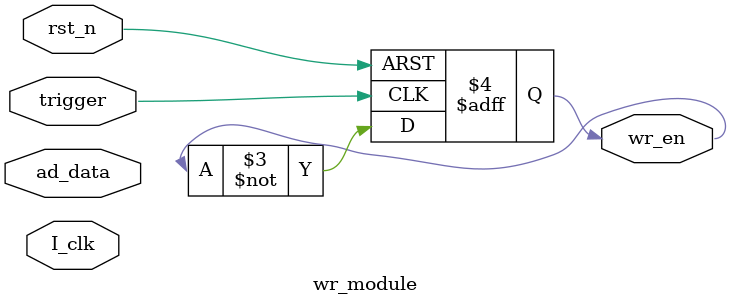
<source format=v>
`timescale 1ns / 1ps


module wr_module(
    input I_clk,
    input rst_n,
    input [7:0] ad_data,
    input trigger,
    
    output reg wr_en
    );
always @ (posedge trigger or negedge rst_n) 
    begin
        if (!rst_n)
            wr_en <= 0;      
        else begin
            wr_en <= ~wr_en;
        end
    end
endmodule

</source>
